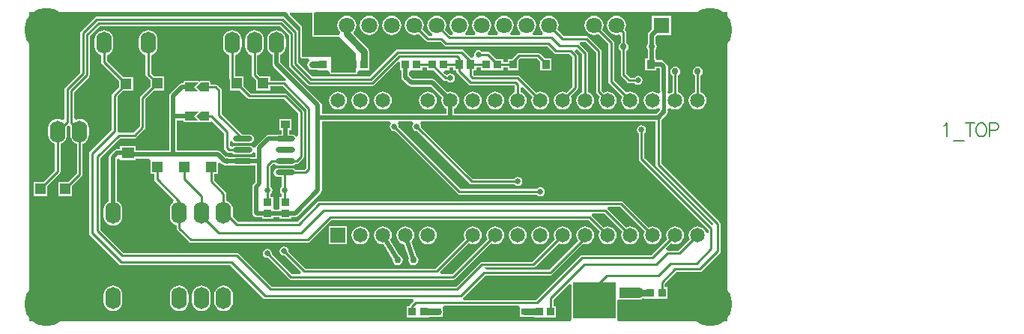
<source format=gtl>
G04 Layer_Physical_Order=1*
G04 Layer_Color=255*
%FSLAX43Y43*%
%MOMM*%
G71*
G01*
G75*
%ADD10C,0.762*%
%ADD11O,2.200X0.600*%
%ADD12R,1.200X1.200*%
%ADD13R,1.500X1.600*%
%ADD14R,0.500X0.500*%
%ADD15R,0.762X0.762*%
%ADD16R,1.200X1.200*%
%ADD17R,1.400X1.300*%
%ADD18R,0.900X1.000*%
%ADD19R,0.850X0.950*%
%ADD20R,1.000X0.900*%
%ADD21R,0.950X0.850*%
%ADD22C,0.508*%
%ADD23C,0.254*%
%ADD24C,1.143*%
%ADD25C,0.381*%
%ADD26C,1.016*%
%ADD27C,0.762*%
%ADD28C,0.178*%
%ADD29C,1.800*%
%ADD30R,1.800X1.800*%
%ADD31C,5.000*%
%ADD32O,1.750X2.500*%
%ADD33R,1.651X1.651*%
%ADD34C,1.651*%
%ADD35C,0.660*%
G36*
X89246Y65786D02*
X89746Y65286D01*
X88246D01*
Y66286D01*
X89746D01*
X89246Y65786D01*
D02*
G37*
G36*
X149562Y42598D02*
X137183D01*
X137136Y42661D01*
X137070Y42852D01*
X137073Y42857D01*
X137087Y42926D01*
Y44834D01*
X137170Y45053D01*
X137341Y45053D01*
X138726D01*
Y45075D01*
X139557D01*
X139753Y45101D01*
X139935Y45176D01*
X139971Y45204D01*
X140225Y45194D01*
Y45194D01*
X141271D01*
X141431Y45194D01*
X141685Y45194D01*
X142731D01*
Y46500D01*
X142439D01*
Y46876D01*
X143766Y48203D01*
X146431D01*
X146550Y48227D01*
X146651Y48294D01*
X148683Y50326D01*
X148750Y50427D01*
X148774Y50546D01*
Y53594D01*
X148750Y53713D01*
X148683Y53814D01*
X142043Y60454D01*
Y65347D01*
X142043Y65348D01*
X142678Y65983D01*
X142774Y66126D01*
X142807Y66294D01*
X142774Y66462D01*
X142820Y66631D01*
X143081Y66729D01*
X143114Y66704D01*
X143358Y66603D01*
X143620Y66568D01*
X143882Y66603D01*
X144126Y66704D01*
X144336Y66864D01*
X144496Y67074D01*
X144597Y67318D01*
X144632Y67580D01*
X144597Y67842D01*
X144496Y68086D01*
X144336Y68296D01*
X144126Y68456D01*
X143948Y68530D01*
Y70402D01*
X144040Y70463D01*
X144163Y70648D01*
X144207Y70866D01*
X144163Y71084D01*
X144040Y71269D01*
X143855Y71392D01*
X143637Y71436D01*
X143419Y71392D01*
X143234Y71269D01*
X143111Y71084D01*
X143067Y70866D01*
X143111Y70648D01*
X143234Y70463D01*
X143326Y70402D01*
Y68544D01*
X143114Y68456D01*
X142997Y68366D01*
X142972Y68378D01*
X142774Y68539D01*
X142807Y68707D01*
Y71389D01*
X142774Y71557D01*
X142678Y71700D01*
X142366Y72012D01*
X142223Y72108D01*
X142055Y72141D01*
X141511D01*
Y72306D01*
X141410D01*
Y73313D01*
X141496Y73442D01*
X141540Y73660D01*
X141496Y73878D01*
X141410Y74007D01*
Y74788D01*
X141625Y75002D01*
X143158D01*
Y77158D01*
X141002D01*
Y75625D01*
X140659Y75281D01*
X140563Y75138D01*
X140530Y74970D01*
Y74007D01*
X140444Y73878D01*
X140400Y73660D01*
X140444Y73442D01*
X140530Y73313D01*
Y72306D01*
X140255D01*
Y70950D01*
X141511D01*
Y71261D01*
X141873D01*
X141927Y71207D01*
Y68707D01*
X141960Y68539D01*
X141778Y68354D01*
X141737Y68340D01*
X141586Y68456D01*
X141342Y68557D01*
X141080Y68592D01*
X140818Y68557D01*
X140574Y68456D01*
X140364Y68296D01*
X140204Y68086D01*
X140103Y67842D01*
X140068Y67580D01*
X140103Y67318D01*
X140204Y67074D01*
X140364Y66864D01*
X140574Y66704D01*
X140818Y66603D01*
X141080Y66568D01*
X141342Y66603D01*
X141586Y66704D01*
X141675Y66772D01*
X141930Y66685D01*
X141932Y66680D01*
X141930Y66480D01*
X141550Y66099D01*
X118660D01*
Y66676D01*
X118726Y66704D01*
X118936Y66864D01*
X119096Y67074D01*
X119197Y67318D01*
X119232Y67580D01*
X119197Y67842D01*
X119096Y68086D01*
X118936Y68296D01*
X118726Y68456D01*
X118482Y68557D01*
X118220Y68592D01*
X117958Y68557D01*
X117892Y68530D01*
X116515Y69907D01*
X116372Y70003D01*
X116204Y70036D01*
X113974D01*
X113580Y70430D01*
Y70789D01*
X113743Y70975D01*
X113837D01*
Y70975D01*
X115043D01*
Y71317D01*
X115585D01*
Y70975D01*
X116370D01*
X117461Y69884D01*
X117562Y69817D01*
X117681Y69793D01*
X117834D01*
X117871Y69738D01*
X118039Y69625D01*
X118237Y69586D01*
X118435Y69625D01*
X118603Y69738D01*
X118716Y69906D01*
X118755Y70104D01*
X118716Y70302D01*
X118603Y70470D01*
X118435Y70583D01*
X118237Y70622D01*
X118039Y70583D01*
X117871Y70470D01*
X117641Y70584D01*
X117484Y70741D01*
X117581Y70975D01*
X118091D01*
Y71317D01*
X118558D01*
Y70950D01*
X118875D01*
Y70933D01*
X118899Y70814D01*
X118966Y70713D01*
X120303Y69376D01*
X120404Y69309D01*
X120523Y69285D01*
X125474D01*
X125529Y69230D01*
Y68537D01*
X125334Y68456D01*
X125124Y68296D01*
X124964Y68086D01*
X124863Y67842D01*
X124828Y67580D01*
X124863Y67318D01*
X124964Y67074D01*
X125124Y66864D01*
X125334Y66704D01*
X125578Y66603D01*
X125840Y66568D01*
X126102Y66603D01*
X126346Y66704D01*
X126556Y66864D01*
X126716Y67074D01*
X126817Y67318D01*
X126852Y67580D01*
X126817Y67842D01*
X126716Y68086D01*
X126556Y68296D01*
X126346Y68456D01*
X126151Y68537D01*
Y69011D01*
X126405Y69116D01*
X127483Y68037D01*
X127403Y67842D01*
X127368Y67580D01*
X127403Y67318D01*
X127504Y67074D01*
X127664Y66864D01*
X127874Y66704D01*
X128118Y66603D01*
X128380Y66568D01*
X128642Y66603D01*
X128886Y66704D01*
X129096Y66864D01*
X129256Y67074D01*
X129357Y67318D01*
X129392Y67580D01*
X129357Y67842D01*
X129256Y68086D01*
X129096Y68296D01*
X128886Y68456D01*
X128642Y68557D01*
X128380Y68592D01*
X128118Y68557D01*
X127923Y68477D01*
X126076Y70324D01*
X125975Y70391D01*
X125856Y70415D01*
X120919D01*
X120847Y70487D01*
Y70950D01*
X121164D01*
Y71317D01*
X121681D01*
Y70975D01*
X122887D01*
X122887Y70975D01*
X122981D01*
Y70975D01*
X123141Y70975D01*
X124187D01*
Y71317D01*
X124744D01*
Y70975D01*
X125950D01*
Y72170D01*
X126113Y72333D01*
X128014D01*
X128377Y71970D01*
Y70950D01*
X129633D01*
Y72306D01*
X128921D01*
X128363Y72864D01*
X128262Y72931D01*
X128143Y72955D01*
X125984D01*
X125865Y72931D01*
X125764Y72864D01*
X125181Y72281D01*
X124744D01*
Y71939D01*
X124187D01*
Y72281D01*
X123402D01*
X122692Y72991D01*
X122591Y73058D01*
X122472Y73082D01*
X121815D01*
X121778Y73137D01*
X121610Y73250D01*
X121412Y73289D01*
X121214Y73250D01*
X121046Y73137D01*
X120933Y72969D01*
X120894Y72771D01*
X120914Y72673D01*
X120768Y72450D01*
X120729Y72422D01*
X120580Y72404D01*
X119740Y73245D01*
X119639Y73312D01*
X119520Y73336D01*
X112268D01*
X112149Y73312D01*
X112048Y73245D01*
X109091Y70288D01*
X102593D01*
X101022Y71859D01*
Y75311D01*
X100998Y75430D01*
X100931Y75531D01*
X99483Y76979D01*
X99382Y77046D01*
X99263Y77070D01*
X78283D01*
X78164Y77046D01*
X78063Y76979D01*
X76488Y75404D01*
X76421Y75303D01*
X76397Y75184D01*
Y70741D01*
X74710Y69054D01*
X74643Y68953D01*
X74619Y68834D01*
Y65497D01*
X74365Y65371D01*
X74361Y65375D01*
X74105Y65481D01*
X73830Y65517D01*
X73555Y65481D01*
X73299Y65375D01*
X73079Y65206D01*
X72910Y64986D01*
X72804Y64730D01*
X72768Y64455D01*
Y63705D01*
X72804Y63430D01*
X72910Y63174D01*
X73079Y62954D01*
X73299Y62785D01*
X73519Y62694D01*
Y59641D01*
X72220Y58342D01*
X71104D01*
Y56786D01*
X72660D01*
Y57902D01*
X74050Y59292D01*
X74117Y59393D01*
X74141Y59512D01*
Y62694D01*
X74361Y62785D01*
X74581Y62954D01*
X74750Y63174D01*
X74856Y63430D01*
X74892Y63705D01*
Y64455D01*
X74865Y64661D01*
X74910Y64708D01*
X75234Y64695D01*
X75291Y64628D01*
X75268Y64455D01*
Y63705D01*
X75304Y63430D01*
X75410Y63174D01*
X75579Y62954D01*
X75799Y62785D01*
X76019Y62694D01*
Y59347D01*
X75014Y58342D01*
X73898D01*
Y56786D01*
X75454D01*
Y57902D01*
X76550Y58998D01*
X76617Y59099D01*
X76641Y59218D01*
Y62694D01*
X76861Y62785D01*
X77081Y62954D01*
X77250Y63174D01*
X77356Y63430D01*
X77392Y63705D01*
Y64455D01*
X77356Y64730D01*
X77250Y64986D01*
X77081Y65206D01*
X76861Y65375D01*
X76605Y65481D01*
X76330Y65517D01*
X76055Y65481D01*
X75927Y65427D01*
X75673Y65580D01*
Y68526D01*
X77360Y70213D01*
X77427Y70314D01*
X77451Y70433D01*
Y74876D01*
X78590Y76016D01*
X98956D01*
X99968Y75003D01*
Y71552D01*
X99992Y71433D01*
X100059Y71332D01*
X102066Y69325D01*
X102167Y69258D01*
X102286Y69234D01*
X109399D01*
X109518Y69258D01*
X109619Y69325D01*
X112303Y72009D01*
X112537Y71912D01*
Y70975D01*
X112700D01*
Y70248D01*
X112733Y70080D01*
X112829Y69937D01*
X113481Y69285D01*
X113624Y69189D01*
X113792Y69156D01*
X116022D01*
X117270Y67908D01*
X117243Y67842D01*
X117208Y67580D01*
X117243Y67318D01*
X117344Y67074D01*
X117504Y66864D01*
X117714Y66704D01*
X117780Y66676D01*
Y66099D01*
X103691D01*
Y67056D01*
X103658Y67224D01*
X103562Y67367D01*
X99020Y71909D01*
Y72748D01*
X99111Y72785D01*
X99331Y72954D01*
X99500Y73174D01*
X99606Y73430D01*
X99642Y73705D01*
Y74455D01*
X99606Y74730D01*
X99500Y74986D01*
X99331Y75206D01*
X99111Y75375D01*
X98855Y75481D01*
X98580Y75517D01*
X98305Y75481D01*
X98049Y75375D01*
X97829Y75206D01*
X97660Y74986D01*
X97554Y74730D01*
X97518Y74455D01*
Y73705D01*
X97554Y73430D01*
X97660Y73174D01*
X97829Y72954D01*
X98049Y72785D01*
X98140Y72748D01*
Y71727D01*
X98173Y71559D01*
X98269Y71416D01*
X99708Y69976D01*
X99546Y69779D01*
X99519Y69797D01*
X99400Y69821D01*
X97858D01*
Y70288D01*
X96742D01*
X96391Y70639D01*
Y72694D01*
X96611Y72785D01*
X96831Y72954D01*
X97000Y73174D01*
X97106Y73430D01*
X97142Y73705D01*
Y74455D01*
X97106Y74730D01*
X97000Y74986D01*
X96831Y75206D01*
X96611Y75375D01*
X96355Y75481D01*
X96080Y75517D01*
X95805Y75481D01*
X95549Y75375D01*
X95329Y75206D01*
X95160Y74986D01*
X95054Y74730D01*
X95018Y74455D01*
Y73705D01*
X95054Y73430D01*
X95160Y73174D01*
X95329Y72954D01*
X95549Y72785D01*
X95769Y72694D01*
Y70510D01*
X95793Y70391D01*
X95860Y70290D01*
X96302Y69848D01*
Y68732D01*
X97858D01*
Y69199D01*
X99271D01*
X101924Y66546D01*
Y59946D01*
X101725Y59747D01*
X100709D01*
X100686Y59780D01*
X100528Y59886D01*
X100342Y59923D01*
X98742D01*
X98556Y59886D01*
X98398Y59780D01*
X98292Y59622D01*
X98255Y59436D01*
X98292Y59250D01*
X98398Y59092D01*
X98556Y58986D01*
X98742Y58949D01*
X99169D01*
Y57807D01*
X99114Y57770D01*
X99001Y57602D01*
X98962Y57404D01*
X99001Y57206D01*
X99114Y57038D01*
X99169Y57001D01*
Y56697D01*
X98931D01*
X98931Y55414D01*
X98752Y55234D01*
X98399D01*
X98237Y55397D01*
X98237Y55651D01*
Y56697D01*
X97895D01*
Y57001D01*
X97950Y57038D01*
X98063Y57206D01*
X98102Y57404D01*
X98063Y57602D01*
X97950Y57770D01*
X97895Y57807D01*
Y60117D01*
X98142Y60364D01*
X98398Y60362D01*
X98556Y60256D01*
X98742Y60219D01*
X100342D01*
X100528Y60256D01*
X100686Y60362D01*
X100709Y60395D01*
X100838D01*
X100957Y60419D01*
X101058Y60486D01*
X101566Y60994D01*
X101633Y61095D01*
X101657Y61214D01*
Y66294D01*
X101633Y66413D01*
X101566Y66514D01*
X99788Y68292D01*
X99687Y68359D01*
X99568Y68383D01*
X95647D01*
X94858Y69172D01*
Y70288D01*
X93891D01*
Y72694D01*
X94111Y72785D01*
X94331Y72954D01*
X94500Y73174D01*
X94606Y73430D01*
X94642Y73705D01*
Y74455D01*
X94606Y74730D01*
X94500Y74986D01*
X94331Y75206D01*
X94111Y75375D01*
X93855Y75481D01*
X93580Y75517D01*
X93305Y75481D01*
X93049Y75375D01*
X92829Y75206D01*
X92660Y74986D01*
X92554Y74730D01*
X92518Y74455D01*
Y73705D01*
X92554Y73430D01*
X92660Y73174D01*
X92829Y72954D01*
X93049Y72785D01*
X93269Y72694D01*
Y70010D01*
X93293Y69891D01*
X93302Y69877D01*
Y68732D01*
X94418D01*
X95298Y67852D01*
X95399Y67785D01*
X95518Y67761D01*
X99439D01*
X101035Y66165D01*
Y63588D01*
X100800Y63446D01*
X100781Y63449D01*
X100686Y63590D01*
X100528Y63696D01*
X100342Y63733D01*
X100008D01*
Y64229D01*
X100246D01*
Y65485D01*
X98890D01*
Y64229D01*
X99128D01*
Y63733D01*
X98742D01*
X98556Y63696D01*
X98541Y63686D01*
X97663D01*
X97495Y63653D01*
X97352Y63557D01*
X96336Y62541D01*
X96240Y62398D01*
X96212Y62258D01*
X96109Y62227D01*
X95953Y62221D01*
X95886Y62320D01*
X95728Y62426D01*
X95542Y62463D01*
X93942D01*
X93756Y62426D01*
X93598Y62320D01*
X93375Y62431D01*
X93275Y62526D01*
Y62948D01*
X93529Y63004D01*
X93598Y62902D01*
X93756Y62796D01*
X93942Y62759D01*
X95542D01*
X95728Y62796D01*
X95886Y62902D01*
X95992Y63060D01*
X96029Y63246D01*
X95992Y63432D01*
X95886Y63590D01*
X95728Y63696D01*
X95542Y63733D01*
X94694D01*
X92383Y66045D01*
Y68710D01*
X92359Y68829D01*
X92292Y68930D01*
X91914Y69308D01*
X91813Y69375D01*
X91694Y69399D01*
X91114D01*
Y69588D01*
X91100Y69657D01*
X91061Y69716D01*
X91002Y69755D01*
X90933Y69769D01*
X90008D01*
X89939Y69755D01*
X89869Y69721D01*
X89800Y69755D01*
X89730Y69769D01*
X88230D01*
X88161Y69755D01*
X88102Y69716D01*
X88063Y69657D01*
X88049Y69588D01*
Y69528D01*
X87884D01*
X87716Y69495D01*
X87573Y69399D01*
X86557Y68383D01*
X86461Y68240D01*
X86428Y68072D01*
Y65786D01*
Y61908D01*
X82666D01*
Y62461D01*
X80910D01*
Y62073D01*
X80556D01*
X80388Y62040D01*
X80245Y61944D01*
X79769Y61468D01*
X79673Y61325D01*
X79640Y61157D01*
Y56192D01*
X79559Y56159D01*
X79339Y55990D01*
X79170Y55770D01*
X79064Y55514D01*
X79028Y55239D01*
Y54489D01*
X79064Y54214D01*
X79170Y53958D01*
X79339Y53738D01*
X79559Y53569D01*
X79815Y53463D01*
X80090Y53427D01*
X80365Y53463D01*
X80621Y53569D01*
X80841Y53738D01*
X81010Y53958D01*
X81116Y54214D01*
X81152Y54489D01*
Y55239D01*
X81116Y55514D01*
X81010Y55770D01*
X80841Y55990D01*
X80621Y56159D01*
X80520Y56200D01*
Y60915D01*
X80666Y61029D01*
X80910Y60920D01*
Y60805D01*
X82666D01*
Y61028D01*
X84211D01*
X84312Y60816D01*
X84312Y60774D01*
Y59260D01*
X84779D01*
Y58674D01*
X84803Y58555D01*
X84870Y58454D01*
X86952Y56373D01*
X86916Y56049D01*
X86839Y55990D01*
X86670Y55770D01*
X86564Y55514D01*
X86528Y55239D01*
Y54489D01*
X86564Y54214D01*
X86670Y53958D01*
X86839Y53738D01*
X87059Y53569D01*
X87269Y53482D01*
Y53136D01*
X87293Y53017D01*
X87360Y52916D01*
X88680Y51596D01*
X88781Y51529D01*
X88900Y51505D01*
X102108D01*
X102227Y51529D01*
X102328Y51596D01*
X104777Y54045D01*
X133855D01*
X135103Y52797D01*
X135023Y52602D01*
X134988Y52340D01*
X135023Y52078D01*
X135124Y51834D01*
X135284Y51624D01*
X135494Y51464D01*
X135738Y51363D01*
X136000Y51328D01*
X136262Y51363D01*
X136506Y51464D01*
X136716Y51624D01*
X136876Y51834D01*
X136977Y52078D01*
X137012Y52340D01*
X136977Y52602D01*
X136876Y52846D01*
X136716Y53056D01*
X136506Y53216D01*
X136262Y53317D01*
X136000Y53352D01*
X135738Y53317D01*
X135543Y53237D01*
X134226Y54553D01*
X134238Y54648D01*
X134314Y54807D01*
X135633D01*
X137643Y52797D01*
X137563Y52602D01*
X137528Y52340D01*
X137563Y52078D01*
X137664Y51834D01*
X137824Y51624D01*
X138034Y51464D01*
X138278Y51363D01*
X138540Y51328D01*
X138802Y51363D01*
X139046Y51464D01*
X139256Y51624D01*
X139416Y51834D01*
X139517Y52078D01*
X139552Y52340D01*
X139517Y52602D01*
X139416Y52846D01*
X139256Y53056D01*
X139046Y53216D01*
X138802Y53317D01*
X138540Y53352D01*
X138278Y53317D01*
X138083Y53237D01*
X136004Y55315D01*
X136016Y55410D01*
X136092Y55569D01*
X137411D01*
X140183Y52797D01*
X140103Y52602D01*
X140068Y52340D01*
X140103Y52078D01*
X140204Y51834D01*
X140364Y51624D01*
X140574Y51464D01*
X140818Y51363D01*
X141080Y51328D01*
X141342Y51363D01*
X141586Y51464D01*
X141796Y51624D01*
X141956Y51834D01*
X142057Y52078D01*
X142092Y52340D01*
X142057Y52602D01*
X141956Y52846D01*
X141796Y53056D01*
X141586Y53216D01*
X141342Y53317D01*
X141080Y53352D01*
X140818Y53317D01*
X140623Y53237D01*
X137760Y56100D01*
X137659Y56167D01*
X137540Y56191D01*
X103380D01*
X103261Y56167D01*
X103160Y56100D01*
X100951Y53891D01*
X94209D01*
X93647Y54452D01*
X93652Y54489D01*
Y55239D01*
X93616Y55514D01*
X93510Y55770D01*
X93341Y55990D01*
X93121Y56159D01*
X92891Y56254D01*
Y57026D01*
X92867Y57145D01*
X92800Y57246D01*
X91497Y58549D01*
Y59260D01*
X91964D01*
Y60470D01*
X92218Y60576D01*
X92399Y60395D01*
X92542Y60299D01*
X92708Y60266D01*
X92766Y60227D01*
X92964Y60188D01*
X93162Y60227D01*
X93219Y60266D01*
X93741D01*
X93756Y60256D01*
X93942Y60219D01*
X95542D01*
X95728Y60256D01*
X95743Y60266D01*
X96207D01*
Y58348D01*
X95955Y58096D01*
X95859Y57953D01*
X95826Y57785D01*
Y54864D01*
X95859Y54696D01*
X95955Y54553D01*
X96025Y54483D01*
X96168Y54387D01*
X96336Y54354D01*
X96931D01*
Y54191D01*
X98237D01*
Y54354D01*
X98931D01*
Y54191D01*
X100237D01*
Y54354D01*
X100641D01*
X100809Y54387D01*
X100952Y54483D01*
X103562Y57093D01*
X103658Y57236D01*
X103691Y57404D01*
Y65219D01*
X111379D01*
X111440Y65128D01*
X111491Y64965D01*
X111408Y64841D01*
X111369Y64643D01*
X111408Y64445D01*
X111521Y64277D01*
X111689Y64164D01*
X111887Y64125D01*
X111952Y64138D01*
X119033Y57057D01*
X119134Y56990D01*
X119253Y56966D01*
X127994D01*
X128031Y56911D01*
X128199Y56798D01*
X128397Y56759D01*
X128595Y56798D01*
X128763Y56911D01*
X128876Y57079D01*
X128915Y57277D01*
X128876Y57475D01*
X128763Y57643D01*
X128595Y57756D01*
X128397Y57795D01*
X128199Y57756D01*
X128031Y57643D01*
X127994Y57588D01*
X119382D01*
X112392Y64578D01*
X112405Y64643D01*
X112366Y64841D01*
X112283Y64965D01*
X112334Y65128D01*
X112396Y65219D01*
X113919D01*
X113980Y65128D01*
X114031Y64965D01*
X113948Y64841D01*
X113909Y64643D01*
X113948Y64445D01*
X114061Y64277D01*
X114229Y64164D01*
X114427Y64125D01*
X114492Y64138D01*
X120430Y58200D01*
X120531Y58133D01*
X120650Y58109D01*
X125454D01*
X125491Y58054D01*
X125659Y57941D01*
X125857Y57902D01*
X126055Y57941D01*
X126223Y58054D01*
X126336Y58222D01*
X126375Y58420D01*
X126336Y58618D01*
X126223Y58786D01*
X126055Y58899D01*
X125857Y58938D01*
X125659Y58899D01*
X125491Y58786D01*
X125454Y58731D01*
X120779D01*
X114932Y64578D01*
X114945Y64643D01*
X114906Y64841D01*
X114823Y64965D01*
X114874Y65128D01*
X114936Y65219D01*
X141421D01*
Y60325D01*
X141445Y60206D01*
X141512Y60105D01*
X147995Y53623D01*
X147995Y53591D01*
X147759Y53495D01*
X147727Y53499D01*
X140138Y61089D01*
Y63859D01*
X140193Y63896D01*
X140306Y64064D01*
X140345Y64262D01*
X140306Y64460D01*
X140193Y64628D01*
X140025Y64741D01*
X139827Y64780D01*
X139629Y64741D01*
X139461Y64628D01*
X139348Y64460D01*
X139309Y64262D01*
X139348Y64064D01*
X139461Y63896D01*
X139516Y63859D01*
Y60960D01*
X139540Y60841D01*
X139607Y60740D01*
X147390Y52957D01*
Y52628D01*
X147137Y52602D01*
X147036Y52846D01*
X146876Y53056D01*
X146666Y53216D01*
X146422Y53317D01*
X146160Y53352D01*
X145898Y53317D01*
X145654Y53216D01*
X145444Y53056D01*
X145284Y52846D01*
X145183Y52602D01*
X145148Y52340D01*
X145183Y52078D01*
X145263Y51883D01*
X143983Y50603D01*
X142748D01*
X142629Y50838D01*
X142623Y50904D01*
X143163Y51443D01*
X143358Y51363D01*
X143620Y51328D01*
X143882Y51363D01*
X144126Y51464D01*
X144336Y51624D01*
X144496Y51834D01*
X144597Y52078D01*
X144632Y52340D01*
X144597Y52602D01*
X144496Y52846D01*
X144336Y53056D01*
X144126Y53216D01*
X143882Y53317D01*
X143620Y53352D01*
X143358Y53317D01*
X143114Y53216D01*
X142904Y53056D01*
X142744Y52846D01*
X142643Y52602D01*
X142608Y52340D01*
X142643Y52078D01*
X142723Y51883D01*
X140935Y50095D01*
X133096D01*
X132977Y50071D01*
X132876Y50004D01*
X127887Y45015D01*
X119711D01*
X119634Y45174D01*
X119622Y45269D01*
X122176Y47822D01*
X129540D01*
X129659Y47846D01*
X129760Y47913D01*
X133208Y51361D01*
X133460Y51328D01*
X133722Y51363D01*
X133966Y51464D01*
X134176Y51624D01*
X134336Y51834D01*
X134437Y52078D01*
X134472Y52340D01*
X134437Y52602D01*
X134336Y52846D01*
X134176Y53056D01*
X133966Y53216D01*
X133722Y53317D01*
X133460Y53352D01*
X133198Y53317D01*
X132954Y53216D01*
X132744Y53056D01*
X132584Y52846D01*
X132483Y52602D01*
X132448Y52340D01*
X132483Y52078D01*
X132584Y51834D01*
X132678Y51711D01*
X129411Y48444D01*
X122282D01*
X122138Y48698D01*
X122146Y48711D01*
X127602D01*
X127721Y48735D01*
X127822Y48802D01*
X130463Y51443D01*
X130658Y51363D01*
X130920Y51328D01*
X131182Y51363D01*
X131426Y51464D01*
X131636Y51624D01*
X131796Y51834D01*
X131897Y52078D01*
X131932Y52340D01*
X131897Y52602D01*
X131796Y52846D01*
X131636Y53056D01*
X131426Y53216D01*
X131182Y53317D01*
X130920Y53352D01*
X130658Y53317D01*
X130414Y53216D01*
X130204Y53056D01*
X130044Y52846D01*
X129943Y52602D01*
X129908Y52340D01*
X129943Y52078D01*
X130023Y51883D01*
X127473Y49333D01*
X121793D01*
X121674Y49309D01*
X121573Y49242D01*
X118870Y46539D01*
X98046D01*
X94327Y50258D01*
X94226Y50325D01*
X94107Y50349D01*
X81282D01*
X78670Y52961D01*
Y61085D01*
X80901Y63316D01*
X82550D01*
X82669Y63340D01*
X82770Y63407D01*
X83659Y64296D01*
X83726Y64397D01*
X83750Y64516D01*
Y67740D01*
X84742Y68732D01*
X85858D01*
Y70288D01*
X84742D01*
X84391Y70639D01*
Y72694D01*
X84611Y72785D01*
X84831Y72954D01*
X85000Y73174D01*
X85106Y73430D01*
X85142Y73705D01*
Y74455D01*
X85106Y74730D01*
X85000Y74986D01*
X84831Y75206D01*
X84611Y75375D01*
X84355Y75481D01*
X84080Y75517D01*
X83805Y75481D01*
X83549Y75375D01*
X83329Y75206D01*
X83160Y74986D01*
X83054Y74730D01*
X83018Y74455D01*
Y73705D01*
X83054Y73430D01*
X83160Y73174D01*
X83329Y72954D01*
X83549Y72785D01*
X83769Y72694D01*
Y70510D01*
X83793Y70391D01*
X83860Y70290D01*
X84302Y69848D01*
Y69172D01*
X83219Y68089D01*
X83152Y67988D01*
X83128Y67869D01*
Y64645D01*
X82421Y63938D01*
X80781D01*
X80767Y63943D01*
X80580Y64130D01*
X80575Y64144D01*
Y67995D01*
X81242Y68662D01*
X82358D01*
Y70218D01*
X81242D01*
X79391Y72069D01*
Y72694D01*
X79611Y72785D01*
X79831Y72954D01*
X80000Y73174D01*
X80106Y73430D01*
X80142Y73705D01*
Y74455D01*
X80106Y74730D01*
X80000Y74986D01*
X79831Y75206D01*
X79611Y75375D01*
X79355Y75481D01*
X79080Y75517D01*
X78805Y75481D01*
X78549Y75375D01*
X78329Y75206D01*
X78160Y74986D01*
X78054Y74730D01*
X78018Y74455D01*
Y73705D01*
X78054Y73430D01*
X78160Y73174D01*
X78329Y72954D01*
X78549Y72785D01*
X78769Y72694D01*
Y71940D01*
X78793Y71821D01*
X78860Y71720D01*
X80802Y69778D01*
Y69102D01*
X80044Y68344D01*
X79977Y68243D01*
X79953Y68124D01*
Y64264D01*
X77504Y61815D01*
X77437Y61714D01*
X77413Y61595D01*
Y52578D01*
X77437Y52459D01*
X77504Y52358D01*
X80806Y49056D01*
X80907Y48989D01*
X81026Y48965D01*
X93343D01*
X97062Y45246D01*
X97163Y45179D01*
X97282Y45155D01*
X113969D01*
X114046Y44996D01*
X114058Y44901D01*
X113684Y44528D01*
X113617Y44427D01*
X113600Y44341D01*
X113301D01*
Y43035D01*
X114347D01*
X114507Y43035D01*
X114761Y43035D01*
X115807D01*
Y43118D01*
X116840D01*
X116895Y43129D01*
X117399D01*
Y43633D01*
X117410Y43688D01*
X117399Y43743D01*
X117399Y44247D01*
X117592Y44393D01*
X125867D01*
X126060Y44247D01*
X126060Y44139D01*
Y43743D01*
X126049Y43688D01*
X126060Y43633D01*
Y43129D01*
X126564D01*
X126619Y43118D01*
X127667D01*
Y43035D01*
X128713D01*
X128873Y43035D01*
X129127Y43035D01*
X130173D01*
Y44341D01*
X129881D01*
Y45113D01*
X131645Y46877D01*
X131899Y46772D01*
X131899Y42926D01*
X131913Y42857D01*
X131916Y42852D01*
X131850Y42661D01*
X131803Y42598D01*
X70598D01*
Y77562D01*
X99682D01*
X99743Y77522D01*
X99885Y77353D01*
X99885Y77353D01*
X99899Y77283D01*
X99938Y77224D01*
X101292Y75871D01*
X101292Y72517D01*
X101306Y72448D01*
X101345Y72389D01*
X101404Y72350D01*
X101473Y72336D01*
X102212D01*
X102289Y72082D01*
X102213Y72031D01*
X102090Y71846D01*
X102046Y71628D01*
X102090Y71410D01*
X102213Y71225D01*
X102398Y71102D01*
X102616Y71058D01*
X103253D01*
Y70975D01*
X104340Y70975D01*
X104594Y70777D01*
Y70739D01*
X104608Y70670D01*
X104647Y70611D01*
X104706Y70572D01*
X104775Y70558D01*
X107569D01*
X107638Y70572D01*
X107697Y70611D01*
X107736Y70670D01*
X107750Y70739D01*
Y70771D01*
X107870Y70975D01*
X108030Y70975D01*
X109076D01*
Y72281D01*
X109043D01*
Y73137D01*
X108999Y73355D01*
X108876Y73540D01*
X107277Y75138D01*
X107289Y75311D01*
X107461Y75536D01*
X107570Y75799D01*
X107607Y76080D01*
X107570Y76361D01*
X107461Y76624D01*
X107289Y76849D01*
X107064Y77021D01*
X106801Y77130D01*
X106520Y77167D01*
X106239Y77130D01*
X105976Y77021D01*
X105751Y76849D01*
X105579Y76624D01*
X105470Y76361D01*
X105433Y76080D01*
X105470Y75799D01*
X105579Y75536D01*
X105751Y75311D01*
X105769Y75298D01*
X105790Y75215D01*
X105699Y75047D01*
X105652Y74984D01*
X102797D01*
Y77470D01*
X103038Y77562D01*
X149562D01*
Y42598D01*
D02*
G37*
G36*
X90933Y68588D02*
X90008Y68588D01*
X89508Y69088D01*
X90008Y69588D01*
X90933D01*
Y68588D01*
D02*
G37*
G36*
X89230Y69088D02*
X89730Y68588D01*
X88230D01*
Y69588D01*
X89730D01*
X89230Y69088D01*
D02*
G37*
G36*
X88065Y65286D02*
X88079Y65217D01*
X88118Y65158D01*
X88177Y65119D01*
X88246Y65105D01*
X89746D01*
X89816Y65119D01*
X89885Y65153D01*
X89955Y65118D01*
X89955D01*
X89955Y65118D01*
X89999Y65110D01*
X90024Y65105D01*
X90949Y65105D01*
X91018Y65119D01*
X91077Y65158D01*
X91077Y65158D01*
X91265Y65185D01*
X91278Y65184D01*
X91366Y65167D01*
X92653Y63879D01*
Y62230D01*
X92677Y62111D01*
X92744Y62010D01*
X92998Y61756D01*
X93099Y61689D01*
X93218Y61665D01*
X93575D01*
X93598Y61632D01*
X93756Y61526D01*
X93942Y61489D01*
X95542D01*
X95728Y61526D01*
X95886Y61632D01*
X95953Y61731D01*
X96207Y61666D01*
Y61146D01*
X95743D01*
X95728Y61156D01*
X95542Y61193D01*
X93942D01*
X93756Y61156D01*
X93741Y61146D01*
X93219D01*
X93162Y61185D01*
X92964Y61224D01*
X92839Y61199D01*
X92259Y61779D01*
X92116Y61875D01*
X91948Y61908D01*
X87308D01*
Y65346D01*
X88065D01*
Y65286D01*
D02*
G37*
G36*
X136906Y46990D02*
X136906Y42926D01*
X132080Y42926D01*
X132080Y46990D01*
X136906Y46990D01*
D02*
G37*
G36*
X102616Y74803D02*
X105664D01*
X107569Y72898D01*
X107569Y72009D01*
X107569Y70739D01*
X104775D01*
X104775Y72517D01*
X101473Y72517D01*
X101473Y75946D01*
X100066Y77353D01*
X100115Y77470D01*
X102616D01*
Y74803D01*
D02*
G37*
G36*
X90949Y65286D02*
X90024Y65286D01*
X89524Y65786D01*
X90024Y66286D01*
X90949D01*
Y65286D01*
D02*
G37*
%LPC*%
G36*
X123300Y53352D02*
X123038Y53317D01*
X122794Y53216D01*
X122584Y53056D01*
X122424Y52846D01*
X122323Y52602D01*
X122288Y52340D01*
X122323Y52078D01*
X122403Y51883D01*
X118456Y47936D01*
X117154D01*
X117049Y48190D01*
X120303Y51443D01*
X120498Y51363D01*
X120760Y51328D01*
X121022Y51363D01*
X121266Y51464D01*
X121476Y51624D01*
X121636Y51834D01*
X121737Y52078D01*
X121772Y52340D01*
X121737Y52602D01*
X121636Y52846D01*
X121476Y53056D01*
X121266Y53216D01*
X121022Y53317D01*
X120760Y53352D01*
X120498Y53317D01*
X120254Y53216D01*
X120044Y53056D01*
X119884Y52846D01*
X119783Y52602D01*
X119748Y52340D01*
X119783Y52078D01*
X119863Y51883D01*
X116551Y48571D01*
X101856D01*
X99946Y50481D01*
X99959Y50546D01*
X99920Y50744D01*
X99807Y50912D01*
X99639Y51025D01*
X99441Y51064D01*
X99243Y51025D01*
X99075Y50912D01*
X98962Y50744D01*
X98923Y50546D01*
X98962Y50348D01*
X99075Y50180D01*
X99243Y50067D01*
X99441Y50028D01*
X99506Y50041D01*
X101358Y48190D01*
X101253Y47936D01*
X100332D01*
X98041Y50227D01*
X98054Y50292D01*
X98015Y50490D01*
X97902Y50658D01*
X97734Y50771D01*
X97536Y50810D01*
X97338Y50771D01*
X97170Y50658D01*
X97057Y50490D01*
X97018Y50292D01*
X97057Y50094D01*
X97170Y49926D01*
X97338Y49813D01*
X97536Y49774D01*
X97601Y49787D01*
X99983Y47405D01*
X100084Y47338D01*
X100203Y47314D01*
X118585D01*
X118704Y47338D01*
X118805Y47405D01*
X122843Y51443D01*
X123038Y51363D01*
X123300Y51328D01*
X123562Y51363D01*
X123806Y51464D01*
X124016Y51624D01*
X124176Y51834D01*
X124277Y52078D01*
X124312Y52340D01*
X124277Y52602D01*
X124176Y52846D01*
X124016Y53056D01*
X123806Y53216D01*
X123562Y53317D01*
X123300Y53352D01*
D02*
G37*
G36*
X115680D02*
X115418Y53317D01*
X115174Y53216D01*
X114964Y53056D01*
X114804Y52846D01*
X114703Y52602D01*
X114668Y52340D01*
X114703Y52078D01*
X114804Y51834D01*
X114964Y51624D01*
X115174Y51464D01*
X115418Y51363D01*
X115680Y51328D01*
X115942Y51363D01*
X116186Y51464D01*
X116396Y51624D01*
X116556Y51834D01*
X116657Y52078D01*
X116692Y52340D01*
X116657Y52602D01*
X116556Y52846D01*
X116396Y53056D01*
X116186Y53216D01*
X115942Y53317D01*
X115680Y53352D01*
D02*
G37*
G36*
X128380D02*
X128118Y53317D01*
X127874Y53216D01*
X127664Y53056D01*
X127504Y52846D01*
X127403Y52602D01*
X127368Y52340D01*
X127403Y52078D01*
X127504Y51834D01*
X127664Y51624D01*
X127874Y51464D01*
X128118Y51363D01*
X128380Y51328D01*
X128642Y51363D01*
X128886Y51464D01*
X129096Y51624D01*
X129256Y51834D01*
X129357Y52078D01*
X129392Y52340D01*
X129357Y52602D01*
X129256Y52846D01*
X129096Y53056D01*
X128886Y53216D01*
X128642Y53317D01*
X128380Y53352D01*
D02*
G37*
G36*
X125840D02*
X125578Y53317D01*
X125334Y53216D01*
X125124Y53056D01*
X124964Y52846D01*
X124863Y52602D01*
X124828Y52340D01*
X124863Y52078D01*
X124964Y51834D01*
X125124Y51624D01*
X125334Y51464D01*
X125578Y51363D01*
X125840Y51328D01*
X126102Y51363D01*
X126346Y51464D01*
X126556Y51624D01*
X126716Y51834D01*
X126817Y52078D01*
X126852Y52340D01*
X126817Y52602D01*
X126716Y52846D01*
X126556Y53056D01*
X126346Y53216D01*
X126102Y53317D01*
X125840Y53352D01*
D02*
G37*
G36*
X90090Y46649D02*
X89815Y46613D01*
X89559Y46507D01*
X89339Y46338D01*
X89170Y46118D01*
X89064Y45862D01*
X89028Y45587D01*
Y44837D01*
X89064Y44562D01*
X89170Y44306D01*
X89339Y44086D01*
X89559Y43917D01*
X89815Y43811D01*
X90090Y43775D01*
X90365Y43811D01*
X90621Y43917D01*
X90841Y44086D01*
X91010Y44306D01*
X91116Y44562D01*
X91152Y44837D01*
Y45587D01*
X91116Y45862D01*
X91010Y46118D01*
X90841Y46338D01*
X90621Y46507D01*
X90365Y46613D01*
X90090Y46649D01*
D02*
G37*
G36*
X87590D02*
X87315Y46613D01*
X87059Y46507D01*
X86839Y46338D01*
X86670Y46118D01*
X86564Y45862D01*
X86528Y45587D01*
Y44837D01*
X86564Y44562D01*
X86670Y44306D01*
X86839Y44086D01*
X87059Y43917D01*
X87315Y43811D01*
X87590Y43775D01*
X87865Y43811D01*
X88121Y43917D01*
X88341Y44086D01*
X88510Y44306D01*
X88616Y44562D01*
X88652Y44837D01*
Y45587D01*
X88616Y45862D01*
X88510Y46118D01*
X88341Y46338D01*
X88121Y46507D01*
X87865Y46613D01*
X87590Y46649D01*
D02*
G37*
G36*
X80090D02*
X79815Y46613D01*
X79559Y46507D01*
X79339Y46338D01*
X79170Y46118D01*
X79064Y45862D01*
X79028Y45587D01*
Y44837D01*
X79064Y44562D01*
X79170Y44306D01*
X79339Y44086D01*
X79559Y43917D01*
X79815Y43811D01*
X80090Y43775D01*
X80365Y43811D01*
X80621Y43917D01*
X80841Y44086D01*
X81010Y44306D01*
X81116Y44562D01*
X81152Y44837D01*
Y45587D01*
X81116Y45862D01*
X81010Y46118D01*
X80841Y46338D01*
X80621Y46507D01*
X80365Y46613D01*
X80090Y46649D01*
D02*
G37*
G36*
X92590D02*
X92315Y46613D01*
X92059Y46507D01*
X91839Y46338D01*
X91670Y46118D01*
X91564Y45862D01*
X91528Y45587D01*
Y44837D01*
X91564Y44562D01*
X91670Y44306D01*
X91839Y44086D01*
X92059Y43917D01*
X92315Y43811D01*
X92590Y43775D01*
X92865Y43811D01*
X93121Y43917D01*
X93341Y44086D01*
X93510Y44306D01*
X93616Y44562D01*
X93652Y44837D01*
Y45587D01*
X93616Y45862D01*
X93510Y46118D01*
X93341Y46338D01*
X93121Y46507D01*
X92865Y46613D01*
X92590Y46649D01*
D02*
G37*
G36*
X108060Y53352D02*
X107798Y53317D01*
X107554Y53216D01*
X107344Y53056D01*
X107184Y52846D01*
X107083Y52602D01*
X107048Y52340D01*
X107083Y52078D01*
X107184Y51834D01*
X107344Y51624D01*
X107554Y51464D01*
X107798Y51363D01*
X108060Y51328D01*
X108322Y51363D01*
X108566Y51464D01*
X108776Y51624D01*
X108936Y51834D01*
X109037Y52078D01*
X109072Y52340D01*
X109037Y52602D01*
X108936Y52846D01*
X108776Y53056D01*
X108566Y53216D01*
X108322Y53317D01*
X108060Y53352D01*
D02*
G37*
G36*
X113140D02*
X112878Y53317D01*
X112634Y53216D01*
X112424Y53056D01*
X112264Y52846D01*
X112163Y52602D01*
X112128Y52340D01*
X112163Y52078D01*
X112264Y51834D01*
X112424Y51624D01*
X112634Y51464D01*
X112878Y51363D01*
X112998Y51347D01*
X113517Y49736D01*
X113476Y49530D01*
X113520Y49312D01*
X113643Y49127D01*
X113828Y49004D01*
X114046Y48960D01*
X114264Y49004D01*
X114449Y49127D01*
X114572Y49312D01*
X114616Y49530D01*
X114572Y49748D01*
X114449Y49933D01*
X114359Y49993D01*
X113838Y51611D01*
X113856Y51624D01*
X114016Y51834D01*
X114117Y52078D01*
X114152Y52340D01*
X114117Y52602D01*
X114016Y52846D01*
X113856Y53056D01*
X113646Y53216D01*
X113402Y53317D01*
X113140Y53352D01*
D02*
G37*
G36*
X110600D02*
X110338Y53317D01*
X110094Y53216D01*
X109884Y53056D01*
X109724Y52846D01*
X109623Y52602D01*
X109588Y52340D01*
X109623Y52078D01*
X109724Y51834D01*
X109884Y51624D01*
X110094Y51464D01*
X110338Y51363D01*
X110600Y51328D01*
X110682Y51339D01*
X111713Y49603D01*
X111698Y49530D01*
X111742Y49312D01*
X111865Y49127D01*
X112050Y49004D01*
X112268Y48960D01*
X112486Y49004D01*
X112671Y49127D01*
X112794Y49312D01*
X112838Y49530D01*
X112794Y49748D01*
X112671Y49933D01*
X112486Y50056D01*
X112465Y50061D01*
X111440Y51787D01*
X111476Y51834D01*
X111577Y52078D01*
X111612Y52340D01*
X111577Y52602D01*
X111476Y52846D01*
X111316Y53056D01*
X111106Y53216D01*
X110862Y53317D01*
X110600Y53352D01*
D02*
G37*
G36*
X106523Y53343D02*
X104517D01*
Y51337D01*
X106523D01*
Y53343D01*
D02*
G37*
G36*
X137000Y77167D02*
X136719Y77130D01*
X136456Y77021D01*
X136231Y76849D01*
X136059Y76624D01*
X135950Y76361D01*
X135913Y76080D01*
X135950Y75799D01*
X136059Y75536D01*
X136231Y75311D01*
X136456Y75139D01*
X136719Y75030D01*
X137000Y74993D01*
X137230Y75023D01*
X137484Y74880D01*
Y74124D01*
X137392Y74063D01*
X137269Y73878D01*
X137225Y73660D01*
X137269Y73442D01*
X137392Y73257D01*
X137484Y73196D01*
Y70485D01*
X137508Y70366D01*
X137575Y70265D01*
X138210Y69630D01*
X138311Y69563D01*
X138430Y69539D01*
X139043D01*
X139080Y69484D01*
X139248Y69371D01*
X139446Y69332D01*
X139644Y69371D01*
X139812Y69484D01*
X139925Y69652D01*
X139964Y69850D01*
X139925Y70048D01*
X139812Y70216D01*
X139644Y70329D01*
X139446Y70368D01*
X139248Y70329D01*
X139080Y70216D01*
X139043Y70161D01*
X138559D01*
X138106Y70614D01*
Y73196D01*
X138198Y73257D01*
X138321Y73442D01*
X138365Y73660D01*
X138321Y73878D01*
X138198Y74063D01*
X138106Y74124D01*
Y75285D01*
X138082Y75404D01*
X138015Y75505D01*
X137954Y75566D01*
X138050Y75799D01*
X138087Y76080D01*
X138050Y76361D01*
X137941Y76624D01*
X137769Y76849D01*
X137544Y77021D01*
X137281Y77130D01*
X137000Y77167D01*
D02*
G37*
G36*
X146177Y71436D02*
X145959Y71392D01*
X145774Y71269D01*
X145651Y71084D01*
X145607Y70866D01*
X145651Y70648D01*
X145774Y70463D01*
X145866Y70402D01*
Y68544D01*
X145654Y68456D01*
X145444Y68296D01*
X145284Y68086D01*
X145183Y67842D01*
X145148Y67580D01*
X145183Y67318D01*
X145284Y67074D01*
X145444Y66864D01*
X145654Y66704D01*
X145898Y66603D01*
X146160Y66568D01*
X146422Y66603D01*
X146666Y66704D01*
X146876Y66864D01*
X147036Y67074D01*
X147137Y67318D01*
X147172Y67580D01*
X147137Y67842D01*
X147036Y68086D01*
X146876Y68296D01*
X146666Y68456D01*
X146488Y68530D01*
Y70402D01*
X146580Y70463D01*
X146703Y70648D01*
X146747Y70866D01*
X146703Y71084D01*
X146580Y71269D01*
X146395Y71392D01*
X146177Y71436D01*
D02*
G37*
G36*
X134460Y77167D02*
X134179Y77130D01*
X133916Y77021D01*
X133691Y76849D01*
X133519Y76624D01*
X133410Y76361D01*
X133373Y76080D01*
X133410Y75799D01*
X133519Y75536D01*
X133691Y75311D01*
X133916Y75139D01*
X134179Y75030D01*
X134460Y74993D01*
X134741Y75030D01*
X134974Y75126D01*
X136087Y74013D01*
Y69722D01*
X136111Y69603D01*
X136178Y69502D01*
X137643Y68037D01*
X137563Y67842D01*
X137528Y67580D01*
X137563Y67318D01*
X137664Y67074D01*
X137824Y66864D01*
X138034Y66704D01*
X138278Y66603D01*
X138540Y66568D01*
X138802Y66603D01*
X139046Y66704D01*
X139256Y66864D01*
X139416Y67074D01*
X139517Y67318D01*
X139552Y67580D01*
X139517Y67842D01*
X139416Y68086D01*
X139256Y68296D01*
X139046Y68456D01*
X138802Y68557D01*
X138540Y68592D01*
X138278Y68557D01*
X138083Y68477D01*
X136709Y69851D01*
Y74142D01*
X136685Y74261D01*
X136618Y74362D01*
X135414Y75566D01*
X135510Y75799D01*
X135547Y76080D01*
X135510Y76361D01*
X135401Y76624D01*
X135229Y76849D01*
X135004Y77021D01*
X134741Y77130D01*
X134460Y77167D01*
D02*
G37*
G36*
X111600D02*
X111319Y77130D01*
X111056Y77021D01*
X110831Y76849D01*
X110659Y76624D01*
X110550Y76361D01*
X110513Y76080D01*
X110550Y75799D01*
X110659Y75536D01*
X110831Y75311D01*
X111056Y75139D01*
X111319Y75030D01*
X111600Y74993D01*
X111881Y75030D01*
X112144Y75139D01*
X112369Y75311D01*
X112541Y75536D01*
X112650Y75799D01*
X112687Y76080D01*
X112650Y76361D01*
X112541Y76624D01*
X112369Y76849D01*
X112144Y77021D01*
X111881Y77130D01*
X111600Y77167D01*
D02*
G37*
G36*
X109060D02*
X108779Y77130D01*
X108516Y77021D01*
X108291Y76849D01*
X108119Y76624D01*
X108010Y76361D01*
X107973Y76080D01*
X108010Y75799D01*
X108119Y75536D01*
X108291Y75311D01*
X108516Y75139D01*
X108779Y75030D01*
X109060Y74993D01*
X109341Y75030D01*
X109604Y75139D01*
X109829Y75311D01*
X110001Y75536D01*
X110110Y75799D01*
X110147Y76080D01*
X110110Y76361D01*
X110001Y76624D01*
X109829Y76849D01*
X109604Y77021D01*
X109341Y77130D01*
X109060Y77167D01*
D02*
G37*
G36*
X129380D02*
X129099Y77130D01*
X128836Y77021D01*
X128611Y76849D01*
X128439Y76624D01*
X128330Y76361D01*
X128293Y76080D01*
X128330Y75799D01*
X128439Y75536D01*
X128611Y75311D01*
X128703Y75241D01*
X128617Y74987D01*
X127603D01*
X127517Y75241D01*
X127609Y75311D01*
X127781Y75536D01*
X127890Y75799D01*
X127927Y76080D01*
X127890Y76361D01*
X127781Y76624D01*
X127609Y76849D01*
X127384Y77021D01*
X127121Y77130D01*
X126840Y77167D01*
X126559Y77130D01*
X126296Y77021D01*
X126071Y76849D01*
X125899Y76624D01*
X125790Y76361D01*
X125753Y76080D01*
X125790Y75799D01*
X125899Y75536D01*
X126071Y75311D01*
X126163Y75241D01*
X126077Y74987D01*
X125063D01*
X124977Y75241D01*
X125069Y75311D01*
X125241Y75536D01*
X125350Y75799D01*
X125387Y76080D01*
X125350Y76361D01*
X125241Y76624D01*
X125069Y76849D01*
X124844Y77021D01*
X124581Y77130D01*
X124300Y77167D01*
X124019Y77130D01*
X123756Y77021D01*
X123531Y76849D01*
X123359Y76624D01*
X123250Y76361D01*
X123213Y76080D01*
X123250Y75799D01*
X123359Y75536D01*
X123531Y75311D01*
X123623Y75241D01*
X123537Y74987D01*
X122523D01*
X122437Y75241D01*
X122529Y75311D01*
X122701Y75536D01*
X122810Y75799D01*
X122847Y76080D01*
X122810Y76361D01*
X122701Y76624D01*
X122529Y76849D01*
X122304Y77021D01*
X122041Y77130D01*
X121760Y77167D01*
X121479Y77130D01*
X121216Y77021D01*
X120991Y76849D01*
X120819Y76624D01*
X120710Y76361D01*
X120673Y76080D01*
X120710Y75799D01*
X120819Y75536D01*
X120991Y75311D01*
X121083Y75241D01*
X120997Y74987D01*
X119983D01*
X119897Y75241D01*
X119989Y75311D01*
X120161Y75536D01*
X120270Y75799D01*
X120307Y76080D01*
X120270Y76361D01*
X120161Y76624D01*
X119989Y76849D01*
X119764Y77021D01*
X119501Y77130D01*
X119220Y77167D01*
X118939Y77130D01*
X118676Y77021D01*
X118451Y76849D01*
X118279Y76624D01*
X118170Y76361D01*
X118133Y76080D01*
X118170Y75799D01*
X118279Y75536D01*
X118451Y75311D01*
X118543Y75241D01*
X118457Y74987D01*
X118213D01*
X117634Y75566D01*
X117730Y75799D01*
X117767Y76080D01*
X117730Y76361D01*
X117621Y76624D01*
X117449Y76849D01*
X117224Y77021D01*
X116961Y77130D01*
X116680Y77167D01*
X116399Y77130D01*
X116136Y77021D01*
X115911Y76849D01*
X115739Y76624D01*
X115630Y76361D01*
X115593Y76080D01*
X115630Y75799D01*
X115739Y75536D01*
X115911Y75311D01*
X116136Y75139D01*
X116196Y75114D01*
X116146Y74860D01*
X115800D01*
X115094Y75566D01*
X115190Y75799D01*
X115227Y76080D01*
X115190Y76361D01*
X115081Y76624D01*
X114909Y76849D01*
X114684Y77021D01*
X114421Y77130D01*
X114140Y77167D01*
X113859Y77130D01*
X113596Y77021D01*
X113371Y76849D01*
X113199Y76624D01*
X113090Y76361D01*
X113053Y76080D01*
X113090Y75799D01*
X113199Y75536D01*
X113371Y75311D01*
X113596Y75139D01*
X113859Y75030D01*
X114140Y74993D01*
X114421Y75030D01*
X114654Y75126D01*
X115451Y74329D01*
X115552Y74262D01*
X115671Y74238D01*
X117092D01*
X117509Y73821D01*
X117610Y73754D01*
X117729Y73730D01*
X129157D01*
X129955Y72932D01*
X130056Y72865D01*
X130175Y72841D01*
X131697D01*
X132023Y72515D01*
Y69123D01*
X131377Y68477D01*
X131182Y68557D01*
X130920Y68592D01*
X130658Y68557D01*
X130414Y68456D01*
X130204Y68296D01*
X130044Y68086D01*
X129943Y67842D01*
X129908Y67580D01*
X129943Y67318D01*
X130044Y67074D01*
X130204Y66864D01*
X130414Y66704D01*
X130658Y66603D01*
X130920Y66568D01*
X131182Y66603D01*
X131426Y66704D01*
X131636Y66864D01*
X131796Y67074D01*
X131897Y67318D01*
X131932Y67580D01*
X131897Y67842D01*
X131817Y68037D01*
X132554Y68774D01*
X132621Y68875D01*
X132645Y68994D01*
Y72644D01*
X132621Y72763D01*
X132554Y72864D01*
X132305Y73112D01*
X132396Y73381D01*
X132535Y73400D01*
X133149Y72786D01*
Y68537D01*
X132954Y68456D01*
X132744Y68296D01*
X132584Y68086D01*
X132483Y67842D01*
X132448Y67580D01*
X132483Y67318D01*
X132584Y67074D01*
X132744Y66864D01*
X132954Y66704D01*
X133198Y66603D01*
X133460Y66568D01*
X133722Y66603D01*
X133966Y66704D01*
X134176Y66864D01*
X134336Y67074D01*
X134437Y67318D01*
X134472Y67580D01*
X134437Y67842D01*
X134336Y68086D01*
X134176Y68296D01*
X133966Y68456D01*
X133771Y68537D01*
Y72915D01*
X133747Y73034D01*
X133680Y73135D01*
X132830Y73984D01*
X132842Y74079D01*
X132919Y74238D01*
X133475D01*
X134690Y73023D01*
Y68579D01*
X134714Y68460D01*
X134781Y68359D01*
X135103Y68037D01*
X135023Y67842D01*
X134988Y67580D01*
X135023Y67318D01*
X135124Y67074D01*
X135284Y66864D01*
X135494Y66704D01*
X135738Y66603D01*
X136000Y66568D01*
X136262Y66603D01*
X136506Y66704D01*
X136716Y66864D01*
X136876Y67074D01*
X136977Y67318D01*
X137012Y67580D01*
X136977Y67842D01*
X136876Y68086D01*
X136716Y68296D01*
X136506Y68456D01*
X136262Y68557D01*
X136000Y68592D01*
X135738Y68557D01*
X135543Y68477D01*
X135312Y68708D01*
Y73152D01*
X135288Y73271D01*
X135221Y73372D01*
X133824Y74769D01*
X133723Y74836D01*
X133604Y74860D01*
X131040D01*
X130334Y75566D01*
X130430Y75799D01*
X130467Y76080D01*
X130430Y76361D01*
X130321Y76624D01*
X130149Y76849D01*
X129924Y77021D01*
X129661Y77130D01*
X129380Y77167D01*
D02*
G37*
G36*
X110600Y68592D02*
X110338Y68557D01*
X110094Y68456D01*
X109884Y68296D01*
X109724Y68086D01*
X109623Y67842D01*
X109588Y67580D01*
X109623Y67318D01*
X109724Y67074D01*
X109884Y66864D01*
X110094Y66704D01*
X110338Y66603D01*
X110600Y66568D01*
X110862Y66603D01*
X111106Y66704D01*
X111316Y66864D01*
X111476Y67074D01*
X111577Y67318D01*
X111612Y67580D01*
X111577Y67842D01*
X111476Y68086D01*
X111316Y68296D01*
X111106Y68456D01*
X110862Y68557D01*
X110600Y68592D01*
D02*
G37*
G36*
X108060D02*
X107798Y68557D01*
X107554Y68456D01*
X107344Y68296D01*
X107184Y68086D01*
X107083Y67842D01*
X107048Y67580D01*
X107083Y67318D01*
X107184Y67074D01*
X107344Y66864D01*
X107554Y66704D01*
X107798Y66603D01*
X108060Y66568D01*
X108322Y66603D01*
X108566Y66704D01*
X108776Y66864D01*
X108936Y67074D01*
X109037Y67318D01*
X109072Y67580D01*
X109037Y67842D01*
X108936Y68086D01*
X108776Y68296D01*
X108566Y68456D01*
X108322Y68557D01*
X108060Y68592D01*
D02*
G37*
G36*
X105520D02*
X105258Y68557D01*
X105014Y68456D01*
X104804Y68296D01*
X104644Y68086D01*
X104543Y67842D01*
X104508Y67580D01*
X104543Y67318D01*
X104644Y67074D01*
X104804Y66864D01*
X105014Y66704D01*
X105258Y66603D01*
X105520Y66568D01*
X105782Y66603D01*
X106026Y66704D01*
X106236Y66864D01*
X106396Y67074D01*
X106497Y67318D01*
X106532Y67580D01*
X106497Y67842D01*
X106396Y68086D01*
X106236Y68296D01*
X106026Y68456D01*
X105782Y68557D01*
X105520Y68592D01*
D02*
G37*
G36*
X123300D02*
X123038Y68557D01*
X122794Y68456D01*
X122584Y68296D01*
X122424Y68086D01*
X122323Y67842D01*
X122288Y67580D01*
X122323Y67318D01*
X122424Y67074D01*
X122584Y66864D01*
X122794Y66704D01*
X123038Y66603D01*
X123300Y66568D01*
X123562Y66603D01*
X123806Y66704D01*
X124016Y66864D01*
X124176Y67074D01*
X124277Y67318D01*
X124312Y67580D01*
X124277Y67842D01*
X124176Y68086D01*
X124016Y68296D01*
X123806Y68456D01*
X123562Y68557D01*
X123300Y68592D01*
D02*
G37*
G36*
X120760D02*
X120498Y68557D01*
X120254Y68456D01*
X120044Y68296D01*
X119884Y68086D01*
X119783Y67842D01*
X119748Y67580D01*
X119783Y67318D01*
X119884Y67074D01*
X120044Y66864D01*
X120254Y66704D01*
X120498Y66603D01*
X120760Y66568D01*
X121022Y66603D01*
X121266Y66704D01*
X121476Y66864D01*
X121636Y67074D01*
X121737Y67318D01*
X121772Y67580D01*
X121737Y67842D01*
X121636Y68086D01*
X121476Y68296D01*
X121266Y68456D01*
X121022Y68557D01*
X120760Y68592D01*
D02*
G37*
G36*
X115680D02*
X115418Y68557D01*
X115174Y68456D01*
X114964Y68296D01*
X114804Y68086D01*
X114703Y67842D01*
X114668Y67580D01*
X114703Y67318D01*
X114804Y67074D01*
X114964Y66864D01*
X115174Y66704D01*
X115418Y66603D01*
X115680Y66568D01*
X115942Y66603D01*
X116186Y66704D01*
X116396Y66864D01*
X116556Y67074D01*
X116657Y67318D01*
X116692Y67580D01*
X116657Y67842D01*
X116556Y68086D01*
X116396Y68296D01*
X116186Y68456D01*
X115942Y68557D01*
X115680Y68592D01*
D02*
G37*
%LPD*%
D10*
X139540Y73660D02*
D03*
X143637Y70866D02*
D03*
X71882Y50673D02*
D03*
X114046Y49530D02*
D03*
X112268D02*
D03*
X140970Y73660D02*
D03*
X146177Y70866D02*
D03*
X137795Y73660D02*
D03*
D11*
X99542Y59436D02*
D03*
Y60706D02*
D03*
Y61976D02*
D03*
Y63246D02*
D03*
X94742Y59436D02*
D03*
Y60706D02*
D03*
Y61976D02*
D03*
Y63246D02*
D03*
D12*
X137948Y45831D02*
D03*
Y43831D02*
D03*
X85080Y69510D02*
D03*
X81580Y69440D02*
D03*
X85090Y60038D02*
D03*
X88138D02*
D03*
X91186D02*
D03*
X74676Y57564D02*
D03*
X71882D02*
D03*
X97080Y69510D02*
D03*
X94080D02*
D03*
D13*
X134748Y44831D02*
D03*
D14*
X88722Y69088D02*
D03*
X90408D02*
D03*
X88738Y65786D02*
D03*
X90424D02*
D03*
D15*
X116840Y43688D02*
D03*
X118237D02*
D03*
X126619D02*
D03*
X125222D02*
D03*
D16*
X85080Y66650D02*
D03*
X81580Y66580D02*
D03*
X85090Y62898D02*
D03*
X88138D02*
D03*
X91186D02*
D03*
X74676Y54704D02*
D03*
X71882D02*
D03*
X97080Y66650D02*
D03*
X94080D02*
D03*
D17*
X81788Y61633D02*
D03*
Y60033D02*
D03*
D18*
X139533Y71628D02*
D03*
X140883D02*
D03*
X130355D02*
D03*
X129005D02*
D03*
X120536D02*
D03*
X119186D02*
D03*
D19*
X142128Y45847D02*
D03*
X140828D02*
D03*
X105156Y71628D02*
D03*
X103856D02*
D03*
X114440D02*
D03*
X113140D02*
D03*
X108473D02*
D03*
X107173D02*
D03*
X126647D02*
D03*
X125347D02*
D03*
X115204Y43688D02*
D03*
X113904D02*
D03*
X128270D02*
D03*
X129570D02*
D03*
X116188Y71628D02*
D03*
X117488D02*
D03*
X122284D02*
D03*
X123584D02*
D03*
D20*
X99568Y66207D02*
D03*
Y64857D02*
D03*
D21*
X97584Y56094D02*
D03*
Y54794D02*
D03*
X99584Y56094D02*
D03*
Y54794D02*
D03*
D22*
X140810Y71701D02*
X142055D01*
X140810D02*
X140970Y71861D01*
X99568Y63246D02*
Y64857D01*
X81534Y60033D02*
X82580Y58987D01*
X103251Y65659D02*
X118220D01*
X142055Y71701D02*
X142367Y71389D01*
Y68707D02*
Y71389D01*
X140970Y73660D02*
Y74970D01*
Y71861D02*
Y73660D01*
Y74970D02*
X142080Y76080D01*
X118220Y65659D02*
X141732D01*
X118220D02*
Y67580D01*
X141732Y65659D02*
X142367Y66294D01*
X103251Y65659D02*
Y67056D01*
Y57404D02*
Y65659D01*
X98580Y71727D02*
X103251Y67056D01*
X98580Y71727D02*
Y74080D01*
X100641Y54794D02*
X103251Y57404D01*
X99584Y54794D02*
X100641D01*
X96336D02*
X97584D01*
X96266Y54864D02*
X96336Y54794D01*
X96647Y58166D02*
Y60706D01*
X86868Y65786D02*
Y68072D01*
Y61468D02*
Y65786D01*
Y61468D02*
X91948D01*
X81953D02*
X86868D01*
X96266Y54864D02*
Y57785D01*
X96647Y58166D01*
X81788Y61633D02*
X81953Y61468D01*
X116204Y69596D02*
X118220Y67580D01*
X113792Y69596D02*
X116204D01*
X125840Y52340D02*
X125984Y52324D01*
X113140Y52340D02*
X114046Y49530D01*
X118237Y43688D02*
X119380D01*
X80080Y61157D02*
X80556Y61633D01*
X81534D01*
X113140Y70248D02*
X113792Y69596D01*
X113140Y70248D02*
Y71628D01*
X86868Y65786D02*
X88738D01*
X97584Y54794D02*
X99584D01*
X110600Y52340D02*
X112268Y49530D01*
X86868Y68072D02*
X87884Y69088D01*
X88722D01*
X88738D01*
X82580Y55080D02*
Y58987D01*
X80080Y55080D02*
Y61157D01*
X96647Y60706D02*
Y62230D01*
X94742Y60706D02*
X96647D01*
X91948Y61468D02*
X92710Y60706D01*
X92964D01*
X94742D01*
X92964Y59436D02*
X94419D01*
X96647Y62230D02*
X97663Y63246D01*
X99542D01*
X99568D01*
D23*
X92580Y55080D02*
X94080Y53580D01*
X90170Y68834D02*
X90424Y69088D01*
X87580Y53136D02*
Y56184D01*
X90080Y54580D02*
Y56732D01*
X99480Y57404D02*
Y59436D01*
X133604Y45847D02*
Y46482D01*
Y45847D02*
X134620Y44831D01*
X133604Y43687D02*
X134748Y44831D01*
X133604Y43434D02*
Y43687D01*
X137795Y73660D02*
Y75285D01*
Y70485D02*
Y73660D01*
X82550Y63627D02*
X83439Y64516D01*
X80772Y63627D02*
X82550D01*
X83439Y64516D02*
Y67869D01*
X77724Y61595D02*
X80264Y64135D01*
Y68124D01*
X134620Y44831D02*
X134748D01*
X101727Y48260D02*
X116680D01*
X99441Y50546D02*
X101727Y48260D01*
X116680D02*
X120760Y52340D01*
X118585Y47625D02*
X123300Y52340D01*
X100203Y47625D02*
X118585D01*
X97536Y50292D02*
X100203Y47625D01*
X129286Y74041D02*
X130175Y73152D01*
X133984Y54356D02*
X136000Y52340D01*
X104648Y54356D02*
X133984D01*
X102108Y51816D02*
X104648Y54356D01*
X137540Y55880D02*
X141080Y52340D01*
X103380Y55880D02*
X137540D01*
X101080Y53580D02*
X103380Y55880D01*
X139827Y60960D02*
X147701Y53086D01*
X139827Y60960D02*
Y64262D01*
X141478Y49022D02*
X142748Y50292D01*
X144112D01*
X133460Y67580D02*
Y72915D01*
X116188Y71597D02*
X117681Y70104D01*
X118237D01*
X121412Y72771D02*
X122472D01*
X123584Y71659D01*
Y71628D02*
Y71659D01*
X116188Y71597D02*
Y71628D01*
X118936Y72593D02*
X119186Y72343D01*
X112447Y72593D02*
X118936D01*
X109399Y69545D02*
X112447Y72593D01*
X119520Y73025D02*
X120536Y72009D01*
X112268Y73025D02*
X119520D01*
X109220Y69977D02*
X112268Y73025D01*
X102286Y69545D02*
X109399D01*
X102465Y69977D02*
X109220D01*
X100279Y71552D02*
X102286Y69545D01*
X100711Y71731D02*
X102465Y69977D01*
X100711Y71731D02*
Y75311D01*
X100279Y71552D02*
Y75132D01*
X99084Y76327D02*
X100279Y75132D01*
X99263Y76759D02*
X100711Y75311D01*
X78462Y76327D02*
X99084D01*
X78283Y76759D02*
X99263D01*
X77140Y75005D02*
X78462Y76327D01*
X76708Y75184D02*
X78283Y76759D01*
X77140Y70433D02*
Y75005D01*
X76708Y70612D02*
Y75184D01*
X75362Y68655D02*
X77140Y70433D01*
X74930Y68834D02*
X76708Y70612D01*
X75362Y65048D02*
Y68655D01*
X74930Y65180D02*
Y68834D01*
X73830Y64080D02*
X74930Y65180D01*
X75362Y65048D02*
X76330Y64080D01*
X99568Y68072D02*
X101346Y66294D01*
X95518Y68072D02*
X99568D01*
X94080Y69510D02*
X95518Y68072D01*
X119253Y57277D02*
X128397D01*
X111887Y64643D02*
X119253Y57277D01*
X120650Y58420D02*
X125857D01*
X114427Y64643D02*
X120650Y58420D01*
X103886Y55118D02*
X135762D01*
X101348Y52580D02*
X103886Y55118D01*
X94080Y53580D02*
X101080D01*
X92080Y52580D02*
X101348D01*
X102235Y59817D02*
Y66675D01*
X99400Y69510D02*
X102235Y66675D01*
X97080Y69510D02*
X99400D01*
X85090Y58674D02*
X87580Y56184D01*
X85090Y58674D02*
Y60038D01*
X88138Y58674D02*
X90080Y56732D01*
X88138Y58674D02*
Y60038D01*
X78359Y52832D02*
Y61214D01*
X77724Y52578D02*
Y61595D01*
X73830Y59512D02*
Y64080D01*
X71882Y57564D02*
X73830Y59512D01*
X78359Y52832D02*
X81153Y50038D01*
X88900Y51816D02*
X102108D01*
X87580Y53136D02*
X88900Y51816D01*
X113904Y44308D02*
X114300Y44704D01*
X144112Y50292D02*
X146160Y52340D01*
X113904Y43688D02*
Y44308D01*
X122047Y48133D02*
X129540D01*
X119380Y45466D02*
X122047Y48133D01*
X97282Y45466D02*
X119380D01*
X93472Y49276D02*
X97282Y45466D01*
X118999Y46228D02*
X121793Y49022D01*
X97917Y46228D02*
X118999D01*
X94107Y50038D02*
X97917Y46228D01*
X121793Y49022D02*
X127602D01*
X129540Y48133D02*
X133460Y52053D01*
X127602Y49022D02*
X130920Y52340D01*
X141064Y49784D02*
X143620Y52340D01*
X81153Y50038D02*
X94107D01*
X78359Y61214D02*
X80772Y63627D01*
X80264Y68124D02*
X81580Y69440D01*
X81026Y49276D02*
X93472D01*
X77724Y52578D02*
X81026Y49276D01*
X133460Y52053D02*
Y52340D01*
X83439Y67869D02*
X85080Y69510D01*
X135762Y55118D02*
X138540Y52340D01*
X131826Y73152D02*
X132334Y72644D01*
Y68994D02*
Y72644D01*
X130920Y67580D02*
X132334Y68994D01*
X130175Y73152D02*
X131826D01*
X130556Y73787D02*
X132588D01*
X129667Y74676D02*
X130556Y73787D01*
X118084Y74676D02*
X129667D01*
X115671Y74549D02*
X117221D01*
X114140Y76080D02*
X115671Y74549D01*
X130911D02*
X133604D01*
X132588Y73787D02*
X133460Y72915D01*
X116680Y76080D02*
X118084Y74676D01*
X129380Y76080D02*
X130911Y74549D01*
X128143Y72644D02*
X129005Y71782D01*
X125984Y72644D02*
X128143D01*
X125347Y72007D02*
X125984Y72644D01*
X125347Y71628D02*
Y72007D01*
X129005Y71628D02*
Y71782D01*
X120536Y70358D02*
Y71628D01*
Y72009D01*
X119186Y71628D02*
Y72343D01*
X125347Y71628D02*
X125449D01*
X123584D02*
X125347D01*
X76330Y59218D02*
Y64080D01*
X74676Y57564D02*
X76330Y59218D01*
X79080Y71940D02*
X81580Y69440D01*
X79080Y71940D02*
Y74080D01*
X84080Y70510D02*
Y74080D01*
Y70510D02*
X85080Y69510D01*
X114440Y71628D02*
X116188D01*
X120536D02*
X122284D01*
X117488D02*
X119186D01*
X99480Y56198D02*
Y57404D01*
Y56198D02*
X99584Y56094D01*
X97584D02*
Y57404D01*
X91186Y58420D02*
X92580Y57026D01*
X91186Y58420D02*
Y60038D01*
X93580Y70010D02*
Y74080D01*
Y70010D02*
X94080Y69510D01*
X96080Y70510D02*
Y74080D01*
Y70510D02*
X97080Y69510D01*
X97294Y56384D02*
X97584Y56094D01*
X134748Y46610D02*
X135890Y47752D01*
X128016Y44704D02*
X133096Y49784D01*
X141064D01*
X129570Y45242D02*
X133350Y49022D01*
X141478D01*
X135890Y47752D02*
X141732D01*
X147701Y50800D02*
Y53086D01*
X141732Y60325D02*
Y65659D01*
Y60325D02*
X148463Y53594D01*
Y50546D02*
Y53594D01*
X137000Y76080D02*
X137795Y75285D01*
Y70485D02*
X138430Y69850D01*
X139446D01*
X136398Y69722D02*
X138540Y67580D01*
X136398Y69722D02*
Y74142D01*
X134460Y76080D02*
X136398Y74142D01*
X135001Y68579D02*
X136000Y67580D01*
X135001Y68579D02*
Y73152D01*
X133604Y74549D02*
X135001Y73152D01*
X146177Y67597D02*
Y70866D01*
X146160Y67580D02*
X146177Y67597D01*
X143637D02*
Y70866D01*
X143620Y67580D02*
X143637Y67597D01*
X117221Y74549D02*
X117729Y74041D01*
X129286D01*
X119186Y70933D02*
Y71628D01*
X125856Y70104D02*
X128380Y67580D01*
X120536Y70358D02*
X120790Y70104D01*
X125856D01*
X119186Y70933D02*
X120523Y69596D01*
X125603D01*
X125840Y69359D01*
Y67580D02*
Y69359D01*
X141732Y47752D02*
X143129Y49149D01*
X146050D01*
X147701Y50800D01*
X142128Y47005D02*
X143637Y48514D01*
X146431D01*
X148463Y50546D01*
X129570Y43434D02*
Y43688D01*
Y45242D01*
X114300Y44704D02*
X128016D01*
X134748Y44831D02*
Y46610D01*
X142128Y45593D02*
Y45847D01*
Y47005D01*
X92580Y55080D02*
Y57026D01*
X90080Y54580D02*
X92080Y52580D01*
X94742Y63246D02*
X94869Y63119D01*
X93218Y61976D02*
X94419D01*
X92964Y62230D02*
X93218Y61976D01*
X101854Y59436D02*
X102235Y59817D01*
X99480Y59436D02*
X99542D01*
X101854D01*
X99542Y60706D02*
X100838D01*
X101346Y61214D01*
Y66294D01*
X97584Y57404D02*
Y60246D01*
X98044Y60706D01*
X99542D01*
X92964Y62230D02*
Y64008D01*
X90424Y65786D02*
X91186D01*
X92964Y64008D01*
X92072Y65916D02*
X94742Y63246D01*
X90424Y69088D02*
X91694D01*
X92072Y68710D01*
Y65916D02*
Y68710D01*
D24*
X137948Y45831D02*
X139557D01*
D25*
X139540Y73660D02*
Y76080D01*
Y72484D02*
Y73660D01*
X139533Y72477D02*
X139540Y72484D01*
X139533Y71628D02*
Y72477D01*
X142367Y66294D02*
Y68707D01*
X98425Y66167D02*
X99528D01*
X99568Y66207D01*
X73279Y54704D02*
X74676D01*
X71882D02*
X73279D01*
X130355Y70398D02*
Y71628D01*
X126647D02*
X127775D01*
X91186Y62898D02*
Y64262D01*
X88138Y62898D02*
Y64262D01*
X85090Y62898D02*
Y64262D01*
X81580Y65324D02*
Y66580D01*
X85080Y65288D02*
Y66650D01*
X94080Y65378D02*
Y66650D01*
X97080Y65330D02*
Y66650D01*
D26*
X137948Y43831D02*
X139557D01*
Y45831D02*
X139573Y45847D01*
D27*
X124206Y43688D02*
X125222D01*
X126619D02*
X128270D01*
X115204D02*
X116840D01*
X108473Y71628D02*
Y73137D01*
X106520Y75090D02*
X108473Y73137D01*
X106520Y75090D02*
Y76080D01*
X105156Y71628D02*
X107173D01*
X102616D02*
X103856D01*
X139573Y45847D02*
X140828D01*
X71882Y51308D02*
Y54704D01*
D28*
X173990Y64733D02*
X174135Y64806D01*
X174353Y65024D01*
Y63500D01*
X175107Y62992D02*
X176268D01*
X176972Y65024D02*
Y63500D01*
X176464Y65024D02*
X177480D01*
X178097D02*
X177952Y64951D01*
X177806Y64806D01*
X177734Y64661D01*
X177661Y64443D01*
Y64080D01*
X177734Y63863D01*
X177806Y63718D01*
X177952Y63573D01*
X178097Y63500D01*
X178387D01*
X178532Y63573D01*
X178677Y63718D01*
X178750Y63863D01*
X178822Y64080D01*
Y64443D01*
X178750Y64661D01*
X178677Y64806D01*
X178532Y64951D01*
X178387Y65024D01*
X178097D01*
X179178Y64226D02*
X179831D01*
X180048Y64298D01*
X180121Y64371D01*
X180194Y64516D01*
Y64733D01*
X180121Y64879D01*
X180048Y64951D01*
X179831Y65024D01*
X179178D01*
Y63500D01*
D29*
X103980Y76080D02*
D03*
X106520D02*
D03*
X109060D02*
D03*
X111600D02*
D03*
X114140D02*
D03*
X116680D02*
D03*
X119220D02*
D03*
X121760D02*
D03*
X124300D02*
D03*
X126840D02*
D03*
X129380D02*
D03*
X131920D02*
D03*
X134460D02*
D03*
X137000D02*
D03*
X139540D02*
D03*
D30*
X142080D02*
D03*
D31*
X147580Y75580D02*
D03*
Y44580D02*
D03*
X72580D02*
D03*
Y75580D02*
D03*
D32*
X91080Y74080D02*
D03*
X96080D02*
D03*
X98580D02*
D03*
X93580D02*
D03*
X76330Y64080D02*
D03*
X73830D02*
D03*
X81580Y74080D02*
D03*
X84080D02*
D03*
X79080D02*
D03*
X80090Y45212D02*
D03*
X82590D02*
D03*
X85090D02*
D03*
X90090D02*
D03*
X92590D02*
D03*
X87590D02*
D03*
X80090Y54864D02*
D03*
X82590D02*
D03*
X85090D02*
D03*
X90090D02*
D03*
X92590D02*
D03*
X87590D02*
D03*
D33*
X105520Y52340D02*
D03*
D34*
X108060D02*
D03*
X110600D02*
D03*
X113140D02*
D03*
X115680D02*
D03*
X118220D02*
D03*
X120760D02*
D03*
X123300D02*
D03*
X125840D02*
D03*
X128380D02*
D03*
X130920D02*
D03*
X133460D02*
D03*
X136000D02*
D03*
X138540D02*
D03*
X141080D02*
D03*
X143620D02*
D03*
X146160D02*
D03*
Y67580D02*
D03*
X143620D02*
D03*
X141080D02*
D03*
X138540D02*
D03*
X136000D02*
D03*
X133460D02*
D03*
X130920D02*
D03*
X128380D02*
D03*
X125840D02*
D03*
X123300D02*
D03*
X120760D02*
D03*
X118220D02*
D03*
X115680D02*
D03*
X113140D02*
D03*
X110600D02*
D03*
X108060D02*
D03*
X105520D02*
D03*
D35*
X133604Y46482D02*
D03*
Y43434D02*
D03*
X140970Y73660D02*
D03*
X139540D02*
D03*
X137795D02*
D03*
X78080Y67080D02*
D03*
X145580Y62580D02*
D03*
X135580D02*
D03*
X130580D02*
D03*
X125580D02*
D03*
X120580D02*
D03*
X135580Y57580D02*
D03*
X130580D02*
D03*
X115580D02*
D03*
X110580D02*
D03*
Y62580D02*
D03*
X105580D02*
D03*
Y57580D02*
D03*
X141080Y55080D02*
D03*
X123317Y46228D02*
D03*
X103505Y50292D02*
D03*
X123317Y50038D02*
D03*
X119456Y69240D02*
D03*
X124080Y73080D02*
D03*
X110580D02*
D03*
X95580Y43580D02*
D03*
X71882Y50673D02*
D03*
X78080Y43580D02*
D03*
X71580Y70080D02*
D03*
Y65080D02*
D03*
X71628Y59436D02*
D03*
X148580Y49080D02*
D03*
Y55080D02*
D03*
Y65080D02*
D03*
Y60080D02*
D03*
X139573Y45847D02*
D03*
X139827Y64262D02*
D03*
X139446Y69850D02*
D03*
X118237Y70104D02*
D03*
X121412Y72771D02*
D03*
X114427Y64643D02*
D03*
X111887D02*
D03*
X98425Y66167D02*
D03*
X99441Y50546D02*
D03*
X128397Y57277D02*
D03*
X125857Y58420D02*
D03*
X139557Y43831D02*
D03*
X124206Y43688D02*
D03*
X119380D02*
D03*
X73279Y54704D02*
D03*
X130355Y70398D02*
D03*
X127775Y71628D02*
D03*
X99480Y57404D02*
D03*
X97584D02*
D03*
X97536Y50292D02*
D03*
X91186Y64262D02*
D03*
X88138D02*
D03*
X85090D02*
D03*
X81580Y65324D02*
D03*
X85080Y65288D02*
D03*
X94080Y65378D02*
D03*
X97080Y65330D02*
D03*
X102616Y71628D02*
D03*
X92964Y60706D02*
D03*
Y59436D02*
D03*
M02*

</source>
